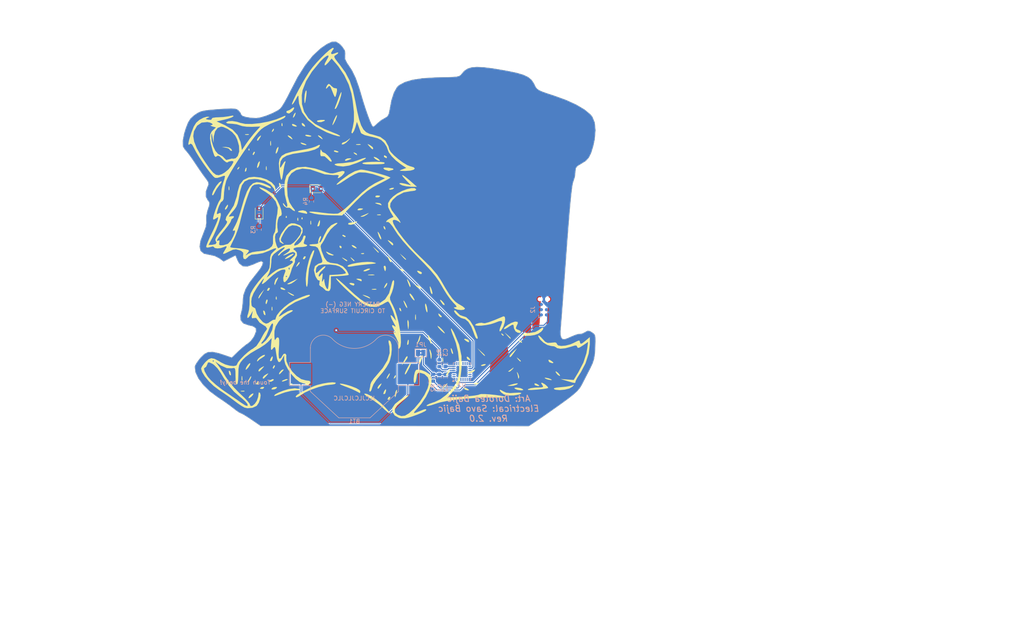
<source format=kicad_pcb>
(kicad_pcb (version 20241229) (generator "pcbnew") (generator_version "9.0")
  (title_block (title "Raccoon") (date "2025-08-02") (rev "2.0") (company "Savo Bajic"))
  (layers (0 "F.Cu" signal) (2 "B.Cu" signal) (13 "F.Paste" user) (15 "B.Paste" user) (5 "F.SilkS" user "F.Silkscreen") (7 "B.SilkS" user "B.Silkscreen") (1 "F.Mask" user) (3 "B.Mask" user) (25 "Edge.Cuts" user))
  (net 0 "")
  (net 1 "VCC")
  (net 2 "GND")
  (net 3 "/V_{REF}")
  (net 4 "Net-(D1-K)")
  (net 5 "/LED")
  (net 6 "Net-(D2-K)")
  (net 7 "/~{RESET}")
  (net 8 "/SENSE")
  (net 11 "/PAD")
  (net 31 "Net-(BT1-+)")
  (footprint "Diode_SMD:D_0805_2012Metric" (layer "F.Cu") (at 98.298 79.3265 90)
    (property "Reference" "D1")
    (property "Value" "RED")
  )
  (footprint "raccoon-art:outline" (layer "F.Cu") (at 129.794 81.534)
    (property "Reference" "G***" (hide yes))
    (property "Value" "LOGO" (hide yes))
    (fp_poly (pts (xy -11.928932 -43.048743) (xy -11.306227 -42.383493) (xy -10.693586 -41.465687) (xy -10.570003 -40.632504) (xy -10.620479 -40.324536) (xy -10.626537 -39.398593) (xy -10.15035 -38.431164) (xy -9.981605 -38.197103) (xy -8.939117 -36.605582) (xy -8.052938 -34.771667) (xy -7.244273 -32.517844) (xy -6.806653 -31.04438) (xy -6.242215 -29.132137) (xy -5.650789 -27.290939) (xy -5.075091 -25.637435) (xy -4.55784 -24.288276) (xy -4.141753 -23.360109) (xy -3.869547 -22.969586) (xy -3.847736 -22.964383) (xy -3.463275 -23.193731) (xy -2.861956 -23.751357) (xy -2.809844 -23.80627) (xy -1.92684 -24.546972) (xy -1.053473 -25.048063) (xy -0.407665 -25.443992) (xy -0.052273 -26.0963) (xy 0.126043 -27.009677) (xy 0.56896 -29.357361) (xy 1.175712 -31.231084) (xy 1.914695 -32.54759) (xy 2.415392 -33.040393) (xy 3.830996 -33.795526) (xy 5.707391 -34.350566) (xy 8.109457 -34.718003) (xy 11.102076 -34.910328) (xy 12.273375 -34.938166) (xy 14.195927 -34.974266) (xy 15.543494 -35.026503) (xy 16.436975 -35.113864) (xy 16.99727 -35.255335) (xy 17.345279 -35.469903) (xy 17.600661 -35.774782) (xy 18.236003 -36.513746) (xy 19.011035 -37.038489) (xy 20.010984 -37.354543) (xy 21.321076 -37.467443) (xy 23.026536 -37.382719) (xy 25.212593 -37.105907) (xy 27.964471 -36.642539) (xy 28.748888 -36.498559) (xy 30.971943 -36.034951) (xy 32.613805 -35.553817) (xy 33.788015 -34.997546) (xy 34.608114 -34.308528) (xy 35.187645 -33.429152) (xy 35.309627 -33.169693) (xy 35.584276 -32.605242) (xy 35.909679 -32.179116) (xy 36.410946 -31.820642) (xy 37.213187 -31.459145) (xy 38.441513 -31.023952) (xy 40.018724 -30.509564) (xy 42.929984 -29.45647) (xy 45.424432 -28.31986) (xy 47.423315 -27.143028) (xy 48.847882 -25.969269) (xy 49.321233 -25.395543) (xy 49.911889 -23.97739) (xy 50.107822 -22.089682) (xy 49.905422 -19.838449) (xy 49.564494 -18.25324) (xy 49.052706 -16.576869) (xy 48.473679 -15.415158) (xy 47.705828 -14.589001) (xy 46.627563 -13.919294) (xy 46.619569 -13.915212) (xy 45.744509 -13.401099) (xy 45.341292 -12.882009) (xy 45.232681 -12.102051) (xy 45.230733 -11.910052) (xy 45.089922 -10.746131) (xy 44.751653 -9.699362) (xy 44.729001 -9.654616) (xy 44.583332 -9.155896) (xy 44.419767 -8.167346) (xy 44.235382 -6.658481) (xy 44.027254 -4.598817) (xy 43.792458 -1.957869) (xy 43.528071 1.294847) (xy 43.231168 5.189815) (xy 42.993491 8.438535) (xy 42.745389 11.859064) (xy 42.5079 15.096436) (xy 42.286487 18.078741) (xy 42.086612 20.734065) (xy 41.913738 22.990498) (xy 41.773327 24.776127) (xy 41.670841 26.019042) (xy 41.611742 26.64733) (xy 41.608258 26.674853) (xy 41.624325 27.623603) (xy 41.867145 28.324202) (xy 42.163144 28.602326) (xy 42.58315 28.62914) (xy 43.307881 28.379342) (xy 44.135848 28.006549) (xy 45.181522 27.571548) (xy 45.980612 27.333719) (xy 46.300678 27.32851) (xy 46.777277 27.290955) (xy 47.484693 26.940197) (xy 48.160737 26.570816) (xy 48.689671 26.617314) (xy 49.267748 26.955708) (xy 49.70084 27.274574) (xy 49.959821 27.643266) (xy 50.080104 28.225578) (xy 50.097107 29.185301) (xy 50.050625 30.576406) (xy 49.949304 32.214788) (xy 49.753928 33.440196) (xy 49.395968 34.535078) (xy 48.806896 35.781883) (xy 48.770497 35.852599) (xy 48.040178 37.270825) (xy 47.299682 38.713355) (xy 46.783901 39.721829) (xy 46.329557 40.478139) (xy 45.708305 41.218952) (xy 44.814071 42.042289) (xy 43.540784 43.046169) (xy 41.8545 44.277071) (xy 40.192532 45.458805) (xy 38.548585 46.616125) (xy 37.093773 47.629303) (xy 35.999208 48.378609) (xy 35.843001 48.483324) (xy 33.933947 49.756164) (xy 1.396425 49.735904) (xy -31.141096 49.715644) (xy -33.397951 48.170151) (xy -34.502399 47.439758) (xy -35.397442 46.895557) (xy -35.921662 46.634477) (xy -35.971705 46.624658) (xy -36.400338 46.419898) (xy -37.156273 45.89495) (xy -37.716219 45.45552) (xy -38.707999 44.69674) (xy -40.033181 43.752858) (xy -41.434276 42.806347) (xy -41.683125 42.644306) (xy -43.536619 41.257622) (xy -45.079286 39.73331) (xy -46.237289 38.175441) (xy -46.936795 36.688084) (xy -47.103969 35.37531) (xy -47.051627 35.077394) (xy -46.749106 34.48823) (xy -46.138694 33.625479) (xy -45.692831 33.076709) (xy -44.809268 32.209248) (xy -43.899589 31.751857) (xy -42.803556 31.683852) (xy -41.360929 31.984551) (xy -40.172431 32.364148) (xy -38.13455 33.065281) (xy -36.551522 31.534505) (xy -35.581279 30.652049) (xy -34.689603 29.934303) (xy -34.186753 29.603929) (xy -33.545906 29.050418) (xy -32.8816 28.145256) (xy -32.687387 27.797468) (xy -32.255485 26.697893) (xy -32.347314 25.972873) (xy -33.021549 25.518291) (xy -34.115265 25.263726) (xy -35.350726 24.828836) (xy -35.998619 24.022681) (xy -36.049802 22.860888) (xy -35.881849 22.243694) (xy -35.645002 21.205501) (xy -35.503457 19.894195) (xy -35.48622 19.346024) (xy -35.319915 17.880633) (xy -34.785538 16.406822) (xy -33.819244 14.796293) (xy -32.357185 12.92075) (xy -32.191752 12.725965) (xy -31.253894 11.509324) (xy -30.721748 10.556007) (xy -30.626781 9.942102) (xy -30.957815 9.742466) (xy -31.448492 9.884485) (xy -32.313209 10.245382) (xy -32.828609 10.486845) (xy -34.327342 11.009957) (xy -35.486477 10.939542) (xy -36.344252 10.266459) (xy -36.737432 9.552244) (xy -37.242706 8.342954) (xy -38.674911 9.073611) (xy -40.107116 9.804267) (xy -41.156474 9.028443) (xy -42.272793 8.464439) (xy -43.527728 8.178382) (xy -43.572091 8.17553) (xy -44.902206 7.89804) (xy -45.697351 7.231689) (xy -45.963726 6.154881) (xy -45.707531 4.646017) (xy -45.066602 2.969969) (xy -44.474971 1.416581) (xy -44.297803 0.259091) (xy -44.34133 -0.152542) (xy -44.344429 -1.24878) (xy -44.044792 -2.594183) (xy -43.964839 -2.829276) (xy -43.633838 -3.822965) (xy -43.559558 -4.403112) (xy -43.741272 -4.80269) (xy -43.95794 -5.037783) (xy -44.439194 -5.9718) (xy -44.448448 -7.184662) (xy -44.035553 -8.342045) (xy -43.781525 -8.935907) (xy -43.853794 -9.456079) (xy -44.312545 -10.162434) (xy -44.519033 -10.429717) (xy -45.162813 -11.302119) (xy -46.022098 -12.532857) (xy -46.938263 -13.893502) (xy -47.182794 -14.265753) (xy -48.018712 -15.49436) (xy -48.783941 -16.528032) (xy -49.353608 -17.201299) (xy -49.495205 -17.330004) (xy -49.973021 -18.114688) (xy -50.043927 -19.42618) (xy -49.709367 -21.227807) (xy -49.287729 -22.607703) (xy -48.752078 -23.974312) (xy -48.175452 -24.903606) (xy -47.389959 -25.642491) (xy -47.059777 -25.884173) (xy -46.380846 -26.325466) (xy -45.715318 -26.63527) (xy -44.90246 -26.851088) (xy -43.781537 -27.010418) (xy -42.191815 -27.150764) (xy -41.372081 -27.211176) (xy -39.558524 -27.330651) (xy -38.305132 -27.377274) (xy -37.479227 -27.343275) (xy -36.948133 -27.220887) (xy -36.579175 -27.002341) (xy -36.489545 -26.925299) (xy -35.988341 -26.318207) (xy -35.838356 -25.913517) (xy -35.518738 -25.592385) (xy -34.673152 -25.316164) (xy -33.471504 -25.124663) (xy -32.184931 -25.057495) (xy -31.129742 -25.222667) (xy -29.747656 -25.652009) (xy -28.302054 -26.241134) (xy -27.056319 -26.885657) (xy -26.405622 -27.348013) (xy -25.957431 -27.927541) (xy -25.316327 -28.978293) (xy -24.576716 -30.337687) (xy -24.001123 -31.489041) (xy -22.166817 -35.013706) (xy -20.348746 -37.901843) (xy -18.503011 -40.210212) (xy -16.585717 -41.995572) (xy -15.082805 -43.020577) (xy -13.834828 -43.598791) (xy -12.848576 -43.619151)) (stroke (width 0.1)) (fill no) (layer "Edge.Cuts"))
  )
  (footprint "raccoon-art:copper" (layer "F.Cu") (at 129.794 81.534)
    (property "Reference" "G***" (hide yes))
    (property "Value" "LOGO" (hide yes))
  )
  (footprint "Diode_SMD:D_0805_2012Metric" (layer "F.Cu") (at 112.268 73.66)
    (property "Reference" "D2")
    (property "Value" "RED")
  )
  (footprint "raccoon-art:copper openings" (layer "F.Cu") (at 129.794 81.534)
    (property "Reference" "G***" (hide yes))
    (property "Value" "LOGO" (hide yes))
  )
  (footprint "raccoon-art:silkscreen" (layer "F.Cu") (at 129.794 81.534)
    (property "Reference" "G***" (hide yes))
    (property "Value" "LOGO" (hide yes))
  )
  (footprint "raccoon-art:tummy" (layer "F.Cu") (at 129.794 81.534)
    (property "Reference" "TP1")
    (property "Value" "TUMMY" (hide yes))
  )
  (footprint "Connector:Tag-Connect_TC2030-IDC-NL_2x03_P1.27mm_Vertical" (layer "B.Cu") (at 167.365 103 90)
    (property "Reference" "J2")
    (property "Value" "AVR-UPDI-6")
  )
  (footprint "Package_DFN_QFN:QFN-24-1EP_4x4mm_P0.5mm_EP2.6x2.6mm" (layer "B.Cu") (at 147.5 118)
    (property "Reference" "U2")
    (property "Value" "ATtiny1617-M")
  )
  (footprint "Resistor_SMD:R_0603_1608Metric" (layer "B.Cu") (at 140.5 119.5 -90)
    (property "Reference" "R2")
    (property "Value" "10k")
  )
  (footprint "Resistor_SMD:R_0603_1608Metric" (layer "B.Cu") (at 98.298 83.566 -90)
    (property "Reference" "R3")
    (property "Value" "330")
  )
  (footprint "Jumper:SolderJumper-2_P1.3mm_Bridged2Bar_Pad1.0x1.5mm" (layer "B.Cu") (at 137.5 113.5)
    (property "Reference" "JP1")
    (property "Value" "CURRENT")
  )
  (footprint "Capacitor_SMD:C_0603_1608Metric" (layer "B.Cu") (at 143.5 119.5 -90)
    (property "Reference" "C2")
    (property "Value" "100n")
  )
  (footprint "Capacitor_SMD:C_0603_1608Metric" (layer "B.Cu") (at 143.5 116 90)
    (property "Reference" "C3")
    (property "Value" "100n")
  )
  (footprint "Resistor_SMD:R_0603_1608Metric" (layer "B.Cu") (at 110.998 76.708 -90)
    (property "Reference" "R4")
    (property "Value" "330")
  )
  (footprint "Resistor_SMD:R_0603_1608Metric" (layer "B.Cu") (at 142 116 90)
    (property "Reference" "R1")
    (property "Value" "10k")
  )
  (footprint "Capacitor_SMD:C_0603_1608Metric" (layer "B.Cu") (at 142 119.5 -90)
    (property "Reference" "C1")
    (property "Value" "1u")
  )
  (footprint "Battery:BatteryHolder_Multicomp_BC-2001_1x2032" (layer "B.Cu") (at 121.412 118.618 180)
    (property "Reference" "BT1")
    (property "Value" "CR2032")
  )
  (gr_text "Touch the belly!" (at 94.996 120.65 0) (layer "B.SilkS") (effects (font (size 1 1) (thickness 0.15) (italic yes)) (justify mirror)))
  (gr_text "Art: Dorotea Bajic\nElectrical: Savo Bajic\nRev. ${REVISION}" (at 154 127 0) (layer "B.SilkS") (effects (font (size 1.5 1.5) (thickness 0.225) (italic yes)) (justify mirror)))
  (gr_text "JLCJLCJLCJLC" (at 121.5 124.5 0) (layer "B.SilkS") (effects (font (size 1 1)) (justify mirror)))
  (gr_text "BATTERY NEG (-)\nTO CIRCUIT SURFACE" (at 121 102.5 0) (layer "B.SilkS") (effects (font (size 1 1)) (justify mirror)))
  (segment (start 148.25 121.25) (end 150.75 121.25) (width 0.25) (layer "B.Cu") (net 1))
  (segment (start 147 122.5) (end 148.25 121.25) (width 0.25) (layer "B.Cu") (net 1))
  (segment (start 145.5625 117.75) (end 144.475 117.75) (width 0.25) (layer "B.Cu") (net 1))
  (segment (start 165.181398 106.818602) (end 167.318602 106.818602) (width 0.25) (layer "B.Cu") (net 1))
  (segment (start 139.699 119.476) (end 139.699 120.748418) (width 0.25) (layer "B.Cu") (net 1))
  (segment (start 139.699 120.748418) (end 141.450582 122.5) (width 0.25) (layer "B.Cu") (net 1))
  (segment (start 168.2363 105.900904) (end 168.2363 104.5063) (width 0.25) (layer "B.Cu") (net 1))
  (segment (start 168.2363 104.5063) (end 168 104.27) (width 0.25) (layer "B.Cu") (net 1))
  (segment (start 167.318602 106.818602) (end 168.2363 105.900904) (width 0.25) (layer "B.Cu") (net 1))
  (segment (start 140.5 118.675) (end 139.699 119.476) (width 0.25) (layer "B.Cu") (net 1))
  (segment (start 150.75 121.25) (end 165.181398 106.818602) (width 0.25) (layer "B.Cu") (net 1))
  (segment (start 141.95 118.675) (end 142 118.725) (width 0.25) (layer "B.Cu") (net 1))
  (segment (start 140.5 118.675) (end 141.95 118.675) (width 0.25) (layer "B.Cu") (net 1))
  (segment (start 141.450582 122.5) (end 147 122.5) (width 0.25) (layer "B.Cu") (net 1))
  (segment (start 144.475 117.75) (end 143.5 118.725) (width 0.25) (layer "B.Cu") (net 1))
  (segment (start 138.15 116.325) (end 140.5 118.675) (width 0.25) (layer "B.Cu") (net 1))
  (segment (start 142 118.725) (end 143.5 118.725) (width 0.25) (layer "B.Cu") (net 1))
  (segment (start 138.15 113.5) (end 138.15 116.325) (width 0.25) (layer "B.Cu") (net 1))
  (segment (start 146 121.275) (end 146 121.725) (width 0.25) (layer "F.Cu") (net 2))
  (segment (start 146 121.725) (end 144.5 123.225) (width 0.25) (layer "F.Cu") (net 2))
  (via (at 144.5 123.225) (size 0.8) (drill 0.4) (layers "F.Cu" "B.Cu") (net 2))
  (via (at 146 121.275) (size 0.8) (drill 0.4) (layers "F.Cu" "B.Cu") (net 2))
  (segment (start 144.824 118.524846) (end 144.824 120.099) (width 0.25) (layer "B.Cu") (net 2))
  (segment (start 147.5 118) (end 147.201 118.299) (width 0.25) (layer "B.Cu") (net 2))
  (segment (start 145.049846 118.299) (end 144.824 118.524846) (width 0.25) (layer "B.Cu") (net 2))
  (segment (start 147.201 118.299) (end 145.049846 118.299) (width 0.25) (layer "B.Cu") (net 2))
  (segment (start 144.824 120.099) (end 146 121.275) (width 0.25) (layer "B.Cu") (net 2))
  (segment (start 143.525 116.75) (end 143.5 116.775) (width 0.25) (layer "B.Cu") (net 3))
  (segment (start 145.5625 116.75) (end 143.525 116.75) (width 0.25) (layer "B.Cu") (net 3))
  (via (at 98.298 80.264) (size 0.8) (drill 0.4) (layers "F.Cu" "B.Cu") (net 4))
  (segment (start 98.298 82.741) (end 98.298 80.264) (width 0.25) (layer "B.Cu") (net 4))
  (segment (start 113.2055 73.66) (end 113.284 73.66) (width 0.25) (layer "F.Cu") (net 5))
  (via (at 113.284 73.66) (size 0.8) (drill 0.4) (layers "F.Cu" "B.Cu") (net 5))
  (via (at 98.298 78.389) (size 0.8) (drill 0.4) (layers "F.Cu" "B.Cu") (net 5))
  (segment (start 113.284 73.66) (end 112.559489 72.935489) (width 0.25) (layer "B.Cu") (net 5))
  (segment (start 149.4375 117.25) (end 149.901154 117.25) (width 0.25) (layer "B.Cu") (net 5))
  (segment (start 150.176 110.552) (end 113.284 73.66) (width 0.25) (layer "B.Cu") (net 5))
  (segment (start 103.751511 72.935489) (end 98.298 78.389) (width 0.25) (layer "B.Cu") (net 5))
  (segment (start 112.559489 72.935489) (end 103.751511 72.935489) (width 0.25) (layer "B.Cu") (net 5))
  (segment (start 150.176 116.975154) (end 150.176 110.552) (width 0.25) (layer "B.Cu") (net 5))
  (segment (start 149.901154 117.25) (end 150.176 116.975154) (width 0.25) (layer "B.Cu") (net 5))
  (via (at 111.3305 73.66) (size 0.8) (drill 0.4) (layers "F.Cu" "B.Cu") (net 6))
  (segment (start 110.998 75.883) (end 110.998 73.9925) (width 0.25) (layer "B.Cu") (net 6))
  (segment (start 110.998 73.9925) (end 111.3305 73.66) (width 0.25) (layer "B.Cu") (net 6))
  (segment (start 147.024846 120.676) (end 150.324 120.676) (width 0.25) (layer "B.Cu") (net 7))
  (segment (start 140.5 120.325) (end 142.175 122) (width 0.25) (layer "B.Cu") (net 7))
  (segment (start 146.75 119.9375) (end 146.75 120.401154) (width 0.25) (layer "B.Cu") (net 7))
  (segment (start 146.75 120.401154) (end 147.024846 120.676) (width 0.25) (layer "B.Cu") (net 7))
  (segment (start 150.324 120.676) (end 166.73 104.27) (width 0.25) (layer "B.Cu") (net 7))
  (segment (start 146.5 122) (end 146.75 121.75) (width 0.25) (layer "B.Cu") (net 7))
  (segment (start 142.175 122) (end 146.5 122) (width 0.25) (layer "B.Cu") (net 7))
  (segment (start 146.75 121.75) (end 146.75 120.401154) (width 0.25) (layer "B.Cu") (net 7))
  (segment (start 143.984466 117.551) (end 144.285466 117.25) (width 0.25) (layer "B.Cu") (net 8))
  (segment (start 142 116.825) (end 142.726 117.551) (width 0.25) (layer "B.Cu") (net 8))
  (segment (start 142.726 117.551) (end 143.984466 117.551) (width 0.25) (layer "B.Cu") (net 8))
  (segment (start 144.285466 117.25) (end 145.5625 117.25) (width 0.25) (layer "B.Cu") (net 8))
  (via (at 117 108) (size 0.8) (drill 0.4) (layers "F.Cu" "B.Cu") (net 11))
  (segment (start 117 108) (end 117.5 108.5) (width 0.25) (layer "B.Cu") (net 11))
  (segment (start 138.035466 108.5) (end 142 112.464534) (width 0.25) (layer "B.Cu") (net 11))
  (segment (start 142 112.464534) (end 142 115.175) (width 0.25) (layer "B.Cu") (net 11))
  (segment (start 117.5 108.5) (end 138.035466 108.5) (width 0.25) (layer "B.Cu") (net 11))
  (segment (start 134.419 118.675) (end 134.362 118.618) (width 0.25) (layer "B.Cu") (net 31))
  (segment (start 136.85 113.5) (end 136.85 116.13) (width 0.25) (layer "B.Cu") (net 31))
  (segment (start 108.462 118.618) (end 108.462 123.462) (width 0.25) (layer "B.Cu") (net 31))
  (segment (start 127.5 130.5) (end 134.362 123.638) (width 0.25) (layer "B.Cu") (net 31))
  (segment (start 134.362 123.638) (end 134.362 118.618) (width 0.25) (layer "B.Cu") (net 31))
  (segment (start 108.462 123.462) (end 115.5 130.5) (width 0.25) (layer "B.Cu") (net 31))
  (segment (start 136.85 116.13) (end 134.362 118.618) (width 0.25) (layer "B.Cu") (net 31))
  (segment (start 115.5 130.5) (end 127.5 130.5) (width 0.25) (layer "B.Cu") (net 31))
  (zone (net 2) (net_name "GND") (layer "B.Cu") (connect_pads thru_hole_only (clearance 0.15)) (min_thickness 0.15) (fill yes (thermal_gap 0.508) (thermal_bridge_width 0.508))
    (polygon (pts (xy 120.396 38.354) (xy 120.904 42.164) (xy 125.984 55.626) (xy 128.524 53.594) (xy 131.572 46.736) (xy 144.526 44.704) (xy 149.098 42.418) (xy 163.322 44.196) (xy 169.164 49.276) (xy 181.61 55.626) (xy 180.594 66.04) (xy 176.53 69.596) (xy 173.482 107.442) (xy 180.848 106.426) (xy 182.626 114.046) (xy 177.038 124.968) (xy 164.084 132.588) (xy 98.298 132.334) (xy 83.312 121.666) (xy 81.28 120.142) (xy 81.026 117.094) (xy 82.296 113.538) (xy 86.106 111.76) (xy 91.948 112.268) (xy 94.234 108.458) (xy 92.456 106.172) (xy 92.456 101.854) (xy 93.726 96.52) (xy 94.742 93.726) (xy 92.202 92.964) (xy 89.154 92.202) (xy 84.328 91.948) (xy 82.042 90.678) (xy 81.788 85.598) (xy 83.312 79.248) (xy 83.566 72.898) (xy 77.47 64.262) (xy 78.486 57.404) (xy 82.804 53.34) (xy 93.472 52.324) (xy 95.758 54.864) (xy 99.314 54.356) (xy 103.378 51.308) (xy 111.252 38.1) (xy 116.586 36.576)))
  )
)
</source>
